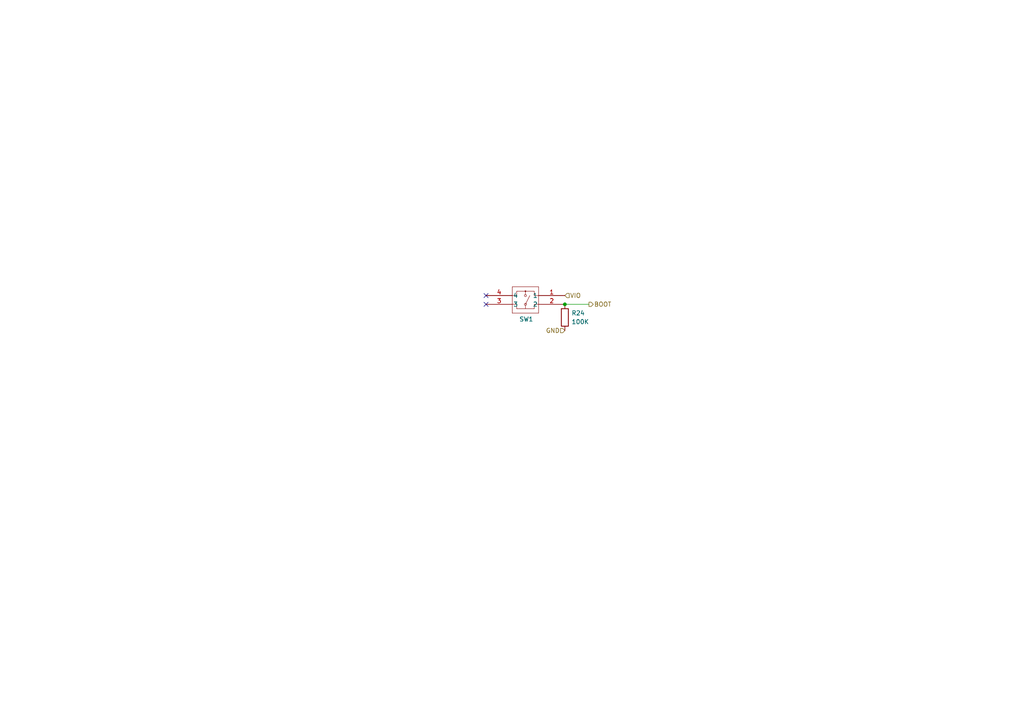
<source format=kicad_sch>
(kicad_sch (version 20250114) (generator "eeschema") (generator_version "9.0")
  (paper "A4")
  (lib_symbols
    (symbol "Common:EVP-AA602W" (pin_names (offset 0.254))
      (property "Reference" "SW" (at 11.43 7.62 0))
      (property "Value" "EVP-AA602W" (at 10.16 5.08 0))
      (symbol "EVP-AA602W_0_1"
        (polyline (pts (xy 7.62 2.54) (xy 7.62 -5.08)) (stroke (width 0.127)))
        (polyline (pts (xy 7.62 0) (xy 8.89 0)) (stroke (width 0.127)))
        (polyline (pts (xy 7.62 -2.54) (xy 8.89 -2.54)) (stroke (width 0.127)))
        (polyline (pts (xy 7.62 -5.08) (xy 15.24 -5.08)) (stroke (width 0.127)))
        (polyline (pts (xy 8.89 1.27) (xy 8.89 0)) (stroke (width 0.127)))
        (polyline (pts (xy 8.89 -2.54) (xy 8.89 -3.81)) (stroke (width 0.127)))
        (polyline (pts (xy 8.89 -3.81) (xy 13.97 -3.81)) (stroke (width 0.127)))
        (circle (center 11.43 1.27) (radius 0.127) (stroke (width 0.2032)))
        (polyline (pts (xy 11.43 0.3175) (xy 11.43 1.27)) (stroke (width 0.127)))
        (circle (center 11.43 0) (radius 0.3048) (stroke (width 0.127)))
        (polyline (pts (xy 11.43 -2.54) (xy 10.16 0)) (stroke (width 0.127)))
        (circle (center 11.43 -2.54) (radius 0.3048) (stroke (width 0.127)))
        (polyline (pts (xy 11.43 -3.81) (xy 11.43 -2.8575)) (stroke (width 0.127)))
        (polyline (pts (xy 13.97 1.27) (xy 8.89 1.27)) (stroke (width 0.127)))
        (polyline (pts (xy 13.97 0) (xy 13.97 1.27)) (stroke (width 0.127)))
        (polyline (pts (xy 13.97 0) (xy 15.24 0)) (stroke (width 0.127)))
        (polyline (pts (xy 13.97 -2.54) (xy 15.24 -2.54)) (stroke (width 0.127)))
        (polyline (pts (xy 13.97 -3.81) (xy 13.97 -2.54)) (stroke (width 0.127)))
        (polyline (pts (xy 15.24 2.54) (xy 7.62 2.54)) (stroke (width 0.127)))
        (polyline (pts (xy 15.24 -5.08) (xy 15.24 2.54)) (stroke (width 0.127)))
      )
      (symbol "EVP-AA602W_1_1"
        (pin passive line (at 0 0 0) (length 7.62) (name "1") (number "1"))
        (pin passive line (at 0 -2.54 0) (length 7.62) (name "2") (number "2"))
        (pin passive line (at 22.86 0 180) (length 7.62) (name "4") (number "4"))
        (pin passive line (at 22.86 -2.54 180) (length 7.62) (name "3") (number "3"))
      )
    )
    (symbol "Device:R" (pin_numbers (hide yes)) (pin_names (offset 0))
      (property "Reference" "R" (at 2.032 0 90))
      (property "Value" "R" (at 0 0 90))
      (symbol "R_0_1"
        (rectangle (start -1.016 -2.54) (end 1.016 2.54) (stroke (width 0.254)))
      )
      (symbol "R_1_1"
        (pin passive line (at 0 3.81 270) (length 1.27) (name "~") (number "1"))
        (pin passive line (at 0 -3.81 90) (length 1.27) (name "~") (number "2"))
      )
    )
  )
  (junction (at 163.83 88.265))
  (no_connect (at 140.97 85.725))
  (no_connect (at 140.97 88.265))
  (wire (pts (xy 170.815 88.265) (xy 163.83 88.265)))
  (hierarchical_label "VIO" (shape input) (at 163.83 85.725 0))
  (hierarchical_label "BOOT" (shape output) (at 170.815 88.265 0))
  (hierarchical_label "GND" (shape input) (at 163.83 95.885 180))
  (symbol (lib_id "Common:EVP-AA602W") (at 163.83 85.725 0) (mirror y) (unit 1)
    (property "Reference" "SW1" (at 154.686 92.583 0) (effects (justify left)))
    (property "Value" "EVP-AA602W" (effects (hide yes)))
    (property "Footprint" "Common:EVP602AA" (effects (hide yes)))
    (property "Datasheet" "https://www3.panasonic.biz/ac/cdn/e/control/switch/light-touch/catalog/sw_lt_eng_3529s.pdf" (effects (hide yes)))
    (property "Description" "SWITCH TACTILE SPST-NO 0.02A 15V" (effects (hide yes)))
    (property "MANUFACTURER" "Panasonic" (effects (hide yes)))
    (property "PARTREV" "EVP-AA602W" (effects (hide yes)))
    (instances (project "aux_board" (path "" (reference "SW1") (unit 1))) (project "openlst-hw" (path "" (reference "SW1") (unit 1))) (project "sci_board" (path "" (reference "SW1") (unit 1))) (project "AVIONICS_BOARD" (path "" (reference "SW3") (unit 1))))
  )
  (symbol (lib_id "Device:R") (at 163.83 92.075 0) (unit 1)
    (property "Reference" "R37" (at 165.735 90.8049 0) (effects (justify left)))
    (property "Value" "100K" (at 165.735 93.3449 0) (effects (justify left)))
    (property "Footprint" "Resistor_SMD:R_0402_1005Metric_Pad0.72x0.64mm_HandSolder" (effects (hide yes)))
    (property "Datasheet" "https://www.yageo.com/upload/media/product/products/datasheet/rchip/PYu-RC_Group_51_RoHS_L_12.pdf" (effects (hide yes)))
    (property "Description" "Resistor" (effects (hide yes)))
    (property "Tolerance" "1" (effects (hide yes)))
    (property "Note" "pullup/pulldown" (effects (hide yes)))
    (property "MANUFACTURER" "YAGEO" (effects (hide yes)))
    (property "PARTREV" "RC0402FR-07100KL" (effects (hide yes)))
    (instances (project "aux_board" (path "" (reference "R24") (unit 1))) (project "openlst-hw" (path "" (reference "R42") (unit 1))) (project "sci_board" (path "" (reference "R37") (unit 1))) (project "AVIONICS_BOARD" (path "" (reference "R40") (unit 1))))
  )
)
</source>
